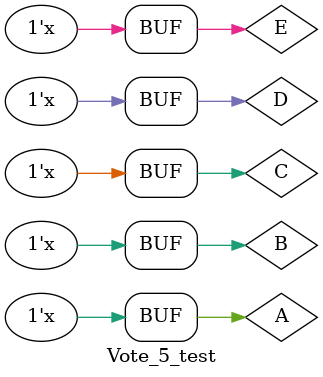
<source format=v>
`timescale 1ns / 1ps


module Vote_5_test;
    reg A,B,C,D,E;
    wire F;
    
    Vote_5 uut(
        .A(A),
        .B(B),
        .C(C),
        .D(D),
        .E(E),
        .F(F)
    );
    
    //Ã¶¾Ù
    initial
        {A,B,C,D,E}=5'b0;
    
    always
    begin
        #100;
        {A,B,C,D,E}={A,B,C,D,E}+1'b1;
    end
endmodule

</source>
